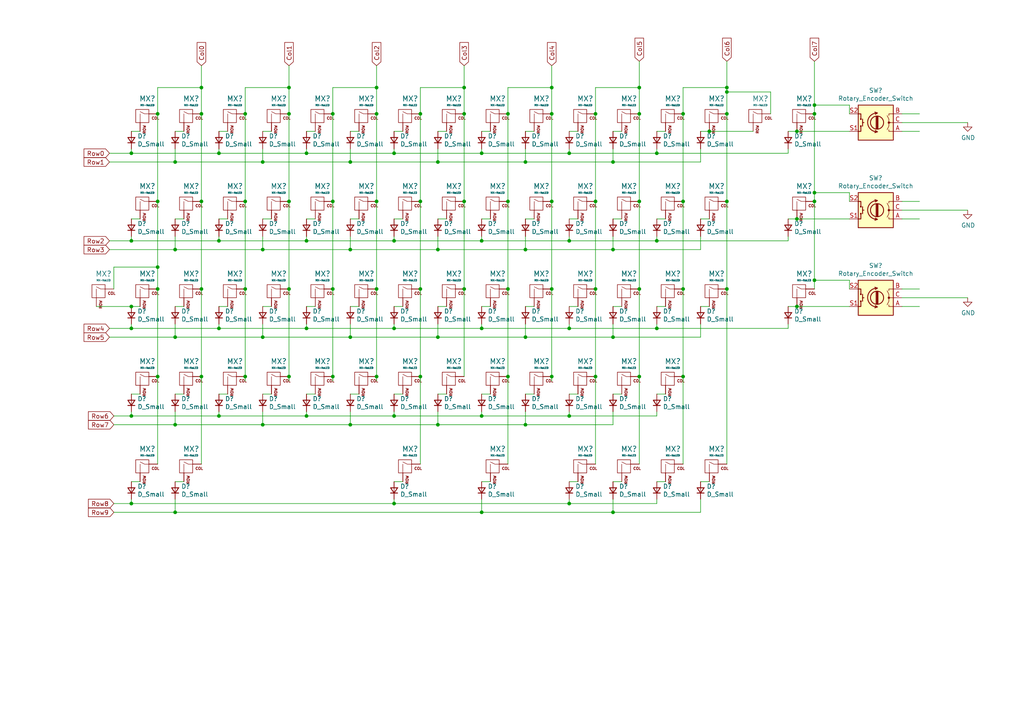
<source format=kicad_sch>
(kicad_sch (version 20211123) (generator eeschema)
  (paper "A4")
  (junction (at 165.1 95.25))
  (junction (at 121.92 33.02))
  (junction (at 231.14 88.9))
  (junction (at 50.8 46.99))
  (junction (at 101.6 46.99))
  (junction (at 190.5 69.85))
  (junction (at 147.32 58.42))
  (junction (at 121.92 58.42))
  (junction (at 139.7 120.65))
  (junction (at 210.82 83.82))
  (junction (at 236.22 33.02))
  (junction (at 127 123.19))
  (junction (at 185.42 83.82))
  (junction (at 38.1 44.45))
  (junction (at 236.22 55.88))
  (junction (at 134.62 33.02))
  (junction (at 45.72 58.42))
  (junction (at 127 72.39))
  (junction (at 134.62 25.4))
  (junction (at 139.7 69.85))
  (junction (at 58.42 25.4))
  (junction (at 177.8 148.59))
  (junction (at 96.52 83.82))
  (junction (at 160.02 25.4))
  (junction (at 58.42 83.82))
  (junction (at 45.72 83.82))
  (junction (at 58.42 33.02))
  (junction (at 83.82 33.02))
  (junction (at 50.8 123.19))
  (junction (at 83.82 109.22))
  (junction (at 231.14 38.1))
  (junction (at 121.92 109.22))
  (junction (at 185.42 109.22))
  (junction (at 38.1 120.65))
  (junction (at 139.7 95.25))
  (junction (at 83.82 83.82))
  (junction (at 198.12 33.02))
  (junction (at 101.6 123.19))
  (junction (at 205.74 38.1))
  (junction (at 236.22 81.28))
  (junction (at 76.2 123.19))
  (junction (at 172.72 83.82))
  (junction (at 210.82 26.67))
  (junction (at 177.8 72.39))
  (junction (at 172.72 109.22))
  (junction (at 231.14 63.5))
  (junction (at 38.1 88.9))
  (junction (at 190.5 95.25))
  (junction (at 114.3 120.65))
  (junction (at 185.42 58.42))
  (junction (at 96.52 58.42))
  (junction (at 165.1 120.65))
  (junction (at 165.1 146.05))
  (junction (at 88.9 95.25))
  (junction (at 83.82 58.42))
  (junction (at 58.42 58.42))
  (junction (at 88.9 120.65))
  (junction (at 198.12 109.22))
  (junction (at 185.42 33.02))
  (junction (at 109.22 83.82))
  (junction (at 71.12 33.02))
  (junction (at 147.32 109.22))
  (junction (at 134.62 83.82))
  (junction (at 236.22 58.42))
  (junction (at 139.7 44.45))
  (junction (at 152.4 97.79))
  (junction (at 190.5 44.45))
  (junction (at 50.8 148.59))
  (junction (at 210.82 33.02))
  (junction (at 160.02 83.82))
  (junction (at 114.3 69.85))
  (junction (at 109.22 58.42))
  (junction (at 101.6 97.79))
  (junction (at 198.12 83.82))
  (junction (at 152.4 46.99))
  (junction (at 109.22 33.02))
  (junction (at 38.1 95.25))
  (junction (at 45.72 33.02))
  (junction (at 38.1 146.05))
  (junction (at 177.8 46.99))
  (junction (at 127 97.79))
  (junction (at 172.72 33.02))
  (junction (at 71.12 109.22))
  (junction (at 63.5 95.25))
  (junction (at 76.2 46.99))
  (junction (at 63.5 44.45))
  (junction (at 58.42 109.22))
  (junction (at 134.62 58.42))
  (junction (at 88.9 44.45))
  (junction (at 121.92 83.82))
  (junction (at 109.22 25.4))
  (junction (at 63.5 69.85))
  (junction (at 63.5 120.65))
  (junction (at 127 46.99))
  (junction (at 147.32 33.02))
  (junction (at 165.1 69.85))
  (junction (at 185.42 25.4))
  (junction (at 38.1 69.85))
  (junction (at 160.02 109.22))
  (junction (at 147.32 83.82))
  (junction (at 210.82 58.42))
  (junction (at 172.72 58.42))
  (junction (at 114.3 146.05))
  (junction (at 71.12 58.42))
  (junction (at 83.82 25.4))
  (junction (at 114.3 44.45))
  (junction (at 198.12 58.42))
  (junction (at 76.2 72.39))
  (junction (at 152.4 72.39))
  (junction (at 88.9 69.85))
  (junction (at 76.2 97.79))
  (junction (at 139.7 148.59))
  (junction (at 50.8 97.79))
  (junction (at 45.72 77.47))
  (junction (at 210.82 25.4))
  (junction (at 71.12 83.82))
  (junction (at 96.52 33.02))
  (junction (at 160.02 33.02))
  (junction (at 96.52 109.22))
  (junction (at 165.1 44.45))
  (junction (at 152.4 123.19))
  (junction (at 109.22 109.22))
  (junction (at 50.8 72.39))
  (junction (at 236.22 30.48))
  (junction (at 160.02 58.42))
  (junction (at 177.8 97.79))
  (junction (at 101.6 72.39))
  (junction (at 45.72 109.22))
  (junction (at 114.3 95.25))
  (wire (pts (xy 210.82 25.4) (xy 210.82 17.78)))
  (wire (pts (xy 185.42 17.78) (xy 185.42 25.4)))
  (wire (pts (xy 38.1 63.5) (xy 40.64 63.5)))
  (wire (pts (xy 114.3 38.1) (xy 116.84 38.1)))
  (wire (pts (xy 172.72 25.4) (xy 185.42 25.4)))
  (wire (pts (xy 33.02 148.59) (xy 50.8 148.59)))
  (wire (pts (xy 177.8 114.3) (xy 180.34 114.3)))
  (wire (pts (xy 177.8 119.38) (xy 177.8 123.19)))
  (wire (pts (xy 101.6 93.98) (xy 101.6 97.79)))
  (wire (pts (xy 76.2 63.5) (xy 78.74 63.5)))
  (wire (pts (xy 114.3 139.7) (xy 116.84 139.7)))
  (wire (pts (xy 76.2 43.18) (xy 76.2 46.99)))
  (wire (pts (xy 96.52 83.82) (xy 96.52 109.22)))
  (wire (pts (xy 38.1 69.85) (xy 63.5 69.85)))
  (wire (pts (xy 31.75 72.39) (xy 50.8 72.39)))
  (wire (pts (xy 236.22 81.28) (xy 236.22 83.82)))
  (wire (pts (xy 134.62 25.4) (xy 134.62 33.02)))
  (wire (pts (xy 190.5 93.98) (xy 190.5 95.25)))
  (wire (pts (xy 38.1 120.65) (xy 63.5 120.65)))
  (wire (pts (xy 172.72 83.82) (xy 172.72 109.22)))
  (wire (pts (xy 88.9 95.25) (xy 114.3 95.25)))
  (wire (pts (xy 228.6 38.1) (xy 231.14 38.1)))
  (wire (pts (xy 139.7 148.59) (xy 177.8 148.59)))
  (wire (pts (xy 31.75 46.99) (xy 50.8 46.99)))
  (wire (pts (xy 246.38 63.5) (xy 231.14 63.5)))
  (wire (pts (xy 45.72 77.47) (xy 45.72 83.82)))
  (wire (pts (xy 177.8 68.58) (xy 177.8 72.39)))
  (wire (pts (xy 134.62 19.05) (xy 134.62 25.4)))
  (wire (pts (xy 198.12 33.02) (xy 198.12 58.42)))
  (wire (pts (xy 96.52 25.4) (xy 96.52 33.02)))
  (wire (pts (xy 38.1 44.45) (xy 63.5 44.45)))
  (wire (pts (xy 76.2 38.1) (xy 78.74 38.1)))
  (wire (pts (xy 114.3 144.78) (xy 114.3 146.05)))
  (wire (pts (xy 246.38 58.42) (xy 246.38 55.88)))
  (wire (pts (xy 177.8 46.99) (xy 203.2 46.99)))
  (wire (pts (xy 228.6 68.58) (xy 228.6 69.85)))
  (wire (pts (xy 88.9 43.18) (xy 88.9 44.45)))
  (wire (pts (xy 109.22 109.22) (xy 109.22 110.49)))
  (wire (pts (xy 114.3 88.9) (xy 116.84 88.9)))
  (wire (pts (xy 165.1 144.78) (xy 165.1 146.05)))
  (wire (pts (xy 63.5 63.5) (xy 66.04 63.5)))
  (wire (pts (xy 203.2 93.98) (xy 203.2 97.79)))
  (wire (pts (xy 63.5 38.1) (xy 66.04 38.1)))
  (wire (pts (xy 50.8 97.79) (xy 76.2 97.79)))
  (wire (pts (xy 177.8 88.9) (xy 180.34 88.9)))
  (wire (pts (xy 139.7 95.25) (xy 165.1 95.25)))
  (wire (pts (xy 114.3 93.98) (xy 114.3 95.25)))
  (wire (pts (xy 147.32 25.4) (xy 147.32 33.02)))
  (wire (pts (xy 45.72 33.02) (xy 45.72 58.42)))
  (wire (pts (xy 101.6 114.3) (xy 104.14 114.3)))
  (wire (pts (xy 127 43.18) (xy 127 46.99)))
  (wire (pts (xy 88.9 119.38) (xy 88.9 120.65)))
  (wire (pts (xy 58.42 33.02) (xy 58.42 25.4)))
  (wire (pts (xy 101.6 63.5) (xy 104.14 63.5)))
  (wire (pts (xy 134.62 33.02) (xy 134.62 58.42)))
  (wire (pts (xy 177.8 139.7) (xy 180.34 139.7)))
  (wire (pts (xy 139.7 44.45) (xy 165.1 44.45)))
  (wire (pts (xy 38.1 43.18) (xy 38.1 44.45)))
  (wire (pts (xy 236.22 30.48) (xy 236.22 33.02)))
  (wire (pts (xy 261.62 83.82) (xy 266.7 83.82)))
  (wire (pts (xy 147.32 109.22) (xy 147.32 134.62)))
  (wire (pts (xy 185.42 109.22) (xy 185.42 134.62)))
  (wire (pts (xy 152.4 88.9) (xy 154.94 88.9)))
  (wire (pts (xy 203.2 139.7) (xy 205.74 139.7)))
  (wire (pts (xy 31.75 97.79) (xy 50.8 97.79)))
  (wire (pts (xy 203.2 68.58) (xy 203.2 72.39)))
  (wire (pts (xy 246.38 55.88) (xy 236.22 55.88)))
  (wire (pts (xy 127 97.79) (xy 152.4 97.79)))
  (wire (pts (xy 71.12 58.42) (xy 71.12 83.82)))
  (wire (pts (xy 71.12 25.4) (xy 83.82 25.4)))
  (wire (pts (xy 114.3 44.45) (xy 139.7 44.45)))
  (wire (pts (xy 190.5 144.78) (xy 190.5 146.05)))
  (wire (pts (xy 139.7 43.18) (xy 139.7 44.45)))
  (wire (pts (xy 139.7 68.58) (xy 139.7 69.85)))
  (wire (pts (xy 261.62 60.96) (xy 280.67 60.96)))
  (wire (pts (xy 152.4 68.58) (xy 152.4 72.39)))
  (wire (pts (xy 139.7 38.1) (xy 142.24 38.1)))
  (wire (pts (xy 88.9 38.1) (xy 91.44 38.1)))
  (wire (pts (xy 210.82 58.42) (xy 210.82 83.82)))
  (wire (pts (xy 101.6 123.19) (xy 127 123.19)))
  (wire (pts (xy 45.72 25.4) (xy 45.72 33.02)))
  (wire (pts (xy 114.3 69.85) (xy 139.7 69.85)))
  (wire (pts (xy 165.1 146.05) (xy 190.5 146.05)))
  (wire (pts (xy 27.94 88.9) (xy 38.1 88.9)))
  (wire (pts (xy 38.1 146.05) (xy 114.3 146.05)))
  (wire (pts (xy 190.5 119.38) (xy 190.5 120.65)))
  (wire (pts (xy 45.72 25.4) (xy 58.42 25.4)))
  (wire (pts (xy 246.38 88.9) (xy 231.14 88.9)))
  (wire (pts (xy 152.4 119.38) (xy 152.4 123.19)))
  (wire (pts (xy 160.02 25.4) (xy 160.02 33.02)))
  (wire (pts (xy 246.38 83.82) (xy 246.38 81.28)))
  (wire (pts (xy 114.3 63.5) (xy 116.84 63.5)))
  (wire (pts (xy 96.52 25.4) (xy 109.22 25.4)))
  (wire (pts (xy 38.1 95.25) (xy 63.5 95.25)))
  (wire (pts (xy 152.4 43.18) (xy 152.4 46.99)))
  (wire (pts (xy 33.02 123.19) (xy 50.8 123.19)))
  (wire (pts (xy 109.22 25.4) (xy 109.22 33.02)))
  (wire (pts (xy 185.42 83.82) (xy 185.42 109.22)))
  (wire (pts (xy 45.72 109.22) (xy 45.72 134.62)))
  (wire (pts (xy 101.6 88.9) (xy 104.14 88.9)))
  (wire (pts (xy 127 46.99) (xy 152.4 46.99)))
  (wire (pts (xy 38.1 38.1) (xy 40.64 38.1)))
  (wire (pts (xy 152.4 114.3) (xy 154.94 114.3)))
  (wire (pts (xy 147.32 58.42) (xy 147.32 83.82)))
  (wire (pts (xy 147.32 25.4) (xy 160.02 25.4)))
  (wire (pts (xy 50.8 46.99) (xy 76.2 46.99)))
  (wire (pts (xy 165.1 63.5) (xy 167.64 63.5)))
  (wire (pts (xy 71.12 109.22) (xy 71.12 110.49)))
  (wire (pts (xy 165.1 44.45) (xy 190.5 44.45)))
  (wire (pts (xy 50.8 88.9) (xy 53.34 88.9)))
  (wire (pts (xy 203.2 43.18) (xy 203.2 46.99)))
  (wire (pts (xy 114.3 120.65) (xy 139.7 120.65)))
  (wire (pts (xy 198.12 83.82) (xy 198.12 109.22)))
  (wire (pts (xy 121.92 33.02) (xy 121.92 58.42)))
  (wire (pts (xy 45.72 83.82) (xy 45.72 109.22)))
  (wire (pts (xy 63.5 88.9) (xy 66.04 88.9)))
  (wire (pts (xy 177.8 38.1) (xy 180.34 38.1)))
  (wire (pts (xy 236.22 58.42) (xy 236.22 81.28)))
  (wire (pts (xy 31.75 44.45) (xy 38.1 44.45)))
  (wire (pts (xy 101.6 46.99) (xy 127 46.99)))
  (wire (pts (xy 152.4 63.5) (xy 154.94 63.5)))
  (wire (pts (xy 63.5 68.58) (xy 63.5 69.85)))
  (wire (pts (xy 134.62 83.82) (xy 134.62 109.22)))
  (wire (pts (xy 190.5 63.5) (xy 193.04 63.5)))
  (wire (pts (xy 160.02 58.42) (xy 160.02 83.82)))
  (wire (pts (xy 203.2 38.1) (xy 205.74 38.1)))
  (wire (pts (xy 152.4 46.99) (xy 177.8 46.99)))
  (wire (pts (xy 88.9 120.65) (xy 114.3 120.65)))
  (wire (pts (xy 210.82 33.02) (xy 210.82 26.67)))
  (wire (pts (xy 139.7 120.65) (xy 165.1 120.65)))
  (wire (pts (xy 190.5 68.58) (xy 190.5 69.85)))
  (wire (pts (xy 101.6 43.18) (xy 101.6 46.99)))
  (wire (pts (xy 210.82 26.67) (xy 210.82 25.4)))
  (wire (pts (xy 127 38.1) (xy 129.54 38.1)))
  (wire (pts (xy 139.7 114.3) (xy 142.24 114.3)))
  (wire (pts (xy 139.7 144.78) (xy 139.7 148.59)))
  (wire (pts (xy 50.8 148.59) (xy 139.7 148.59)))
  (wire (pts (xy 152.4 72.39) (xy 177.8 72.39)))
  (wire (pts (xy 109.22 83.82) (xy 109.22 109.22)))
  (wire (pts (xy 165.1 68.58) (xy 165.1 69.85)))
  (wire (pts (xy 177.8 148.59) (xy 203.2 148.59)))
  (wire (pts (xy 218.44 38.1) (xy 205.74 38.1)))
  (wire (pts (xy 76.2 119.38) (xy 76.2 123.19)))
  (wire (pts (xy 127 72.39) (xy 152.4 72.39)))
  (wire (pts (xy 177.8 144.78) (xy 177.8 148.59)))
  (wire (pts (xy 127 114.3) (xy 129.54 114.3)))
  (wire (pts (xy 190.5 88.9) (xy 193.04 88.9)))
  (wire (pts (xy 177.8 72.39) (xy 203.2 72.39)))
  (wire (pts (xy 71.12 25.4) (xy 71.12 33.02)))
  (wire (pts (xy 139.7 88.9) (xy 142.24 88.9)))
  (wire (pts (xy 58.42 33.02) (xy 58.42 58.42)))
  (wire (pts (xy 261.62 35.56) (xy 280.67 35.56)))
  (wire (pts (xy 88.9 68.58) (xy 88.9 69.85)))
  (wire (pts (xy 185.42 25.4) (xy 185.42 33.02)))
  (wire (pts (xy 261.62 38.1) (xy 266.7 38.1)))
  (wire (pts (xy 261.62 58.42) (xy 266.7 58.42)))
  (wire (pts (xy 147.32 33.02) (xy 147.32 58.42)))
  (wire (pts (xy 165.1 114.3) (xy 167.64 114.3)))
  (wire (pts (xy 198.12 58.42) (xy 198.12 83.82)))
  (wire (pts (xy 50.8 139.7) (xy 53.34 139.7)))
  (wire (pts (xy 50.8 43.18) (xy 50.8 46.99)))
  (wire (pts (xy 165.1 120.65) (xy 190.5 120.65)))
  (wire (pts (xy 101.6 68.58) (xy 101.6 72.39)))
  (wire (pts (xy 76.2 68.58) (xy 76.2 72.39)))
  (wire (pts (xy 261.62 86.36) (xy 280.67 86.36)))
  (wire (pts (xy 88.9 88.9) (xy 91.44 88.9)))
  (wire (pts (xy 139.7 139.7) (xy 142.24 139.7)))
  (wire (pts (xy 190.5 43.18) (xy 190.5 44.45)))
  (wire (pts (xy 45.72 58.42) (xy 45.72 77.47)))
  (wire (pts (xy 172.72 33.02) (xy 172.72 58.42)))
  (wire (pts (xy 31.75 95.25) (xy 38.1 95.25)))
  (wire (pts (xy 203.2 63.5) (xy 205.74 63.5)))
  (wire (pts (xy 31.75 69.85) (xy 38.1 69.85)))
  (wire (pts (xy 198.12 109.22) (xy 198.12 134.62)))
  (wire (pts (xy 223.52 26.67) (xy 210.82 26.67)))
  (wire (pts (xy 152.4 123.19) (xy 177.8 123.19)))
  (wire (pts (xy 71.12 83.82) (xy 71.12 109.22)))
  (wire (pts (xy 88.9 63.5) (xy 91.44 63.5)))
  (wire (pts (xy 58.42 25.4) (xy 58.42 19.05)))
  (wire (pts (xy 165.1 119.38) (xy 165.1 120.65)))
  (wire (pts (xy 76.2 114.3) (xy 78.74 114.3)))
  (wire (pts (xy 58.42 109.22) (xy 58.42 134.62)))
  (wire (pts (xy 58.42 83.82) (xy 58.42 109.22)))
  (wire (pts (xy 177.8 63.5) (xy 180.34 63.5)))
  (wire (pts (xy 38.1 88.9) (xy 40.64 88.9)))
  (wire (pts (xy 190.5 139.7) (xy 193.04 139.7)))
  (wire (pts (xy 177.8 43.18) (xy 177.8 46.99)))
  (wire (pts (xy 228.6 93.98) (xy 228.6 95.25)))
  (wire (pts (xy 76.2 46.99) (xy 101.6 46.99)))
  (wire (pts (xy 121.92 25.4) (xy 121.92 33.02)))
  (wire (pts (xy 50.8 123.19) (xy 76.2 123.19)))
  (wire (pts (xy 114.3 68.58) (xy 114.3 69.85)))
  (wire (pts (xy 134.62 58.42) (xy 134.62 83.82)))
  (wire (pts (xy 236.22 33.02) (xy 236.22 55.88)))
  (wire (pts (xy 63.5 93.98) (xy 63.5 95.25)))
  (wire (pts (xy 127 88.9) (xy 129.54 88.9)))
  (wire (pts (xy 261.62 88.9) (xy 266.7 88.9)))
  (wire (pts (xy 210.82 83.82) (xy 210.82 134.62)))
  (wire (pts (xy 83.82 58.42) (xy 83.82 83.82)))
  (wire (pts (xy 63.5 43.18) (xy 63.5 44.45)))
  (wire (pts (xy 88.9 93.98) (xy 88.9 95.25)))
  (wire (pts (xy 83.82 33.02) (xy 83.82 58.42)))
  (wire (pts (xy 228.6 88.9) (xy 231.14 88.9)))
  (wire (pts (xy 101.6 97.79) (xy 127 97.79)))
  (wire (pts (xy 127 119.38) (xy 127 123.19)))
  (wire (pts (xy 198.12 25.4) (xy 210.82 25.4)))
  (wire (pts (xy 223.52 33.02) (xy 223.52 26.67)))
  (wire (pts (xy 203.2 88.9) (xy 205.74 88.9)))
  (wire (pts (xy 190.5 95.25) (xy 228.6 95.25)))
  (wire (pts (xy 88.9 69.85) (xy 114.3 69.85)))
  (wire (pts (xy 50.8 63.5) (xy 53.34 63.5)))
  (wire (pts (xy 165.1 139.7) (xy 167.64 139.7)))
  (wire (pts (xy 160.02 19.05) (xy 160.02 25.4)))
  (wire (pts (xy 33.02 77.47) (xy 45.72 77.47)))
  (wire (pts (xy 38.1 114.3) (xy 40.64 114.3)))
  (wire (pts (xy 246.38 33.02) (xy 246.38 30.48)))
  (wire (pts (xy 160.02 33.02) (xy 160.02 58.42)))
  (wire (pts (xy 185.42 33.02) (xy 185.42 58.42)))
  (wire (pts (xy 50.8 114.3) (xy 53.34 114.3)))
  (wire (pts (xy 127 123.19) (xy 152.4 123.19)))
  (wire (pts (xy 160.02 109.22) (xy 160.02 110.49)))
  (wire (pts (xy 101.6 72.39) (xy 127 72.39)))
  (wire (pts (xy 76.2 72.39) (xy 101.6 72.39)))
  (wire (pts (xy 96.52 58.42) (xy 96.52 83.82)))
  (wire (pts (xy 127 68.58) (xy 127 72.39)))
  (wire (pts (xy 165.1 88.9) (xy 167.64 88.9)))
  (wire (pts (xy 177.8 93.98) (xy 177.8 97.79)))
  (wire (pts (xy 63.5 119.38) (xy 63.5 120.65)))
  (wire (pts (xy 71.12 33.02) (xy 71.12 58.42)))
  (wire (pts (xy 76.2 88.9) (xy 78.74 88.9)))
  (wire (pts (xy 38.1 93.98) (xy 38.1 95.25)))
  (wire (pts (xy 109.22 58.42) (xy 109.22 83.82)))
  (wire (pts (xy 172.72 109.22) (xy 172.72 134.62)))
  (wire (pts (xy 63.5 69.85) (xy 88.9 69.85)))
  (wire (pts (xy 139.7 119.38) (xy 139.7 120.65)))
  (wire (pts (xy 152.4 38.1) (xy 154.94 38.1)))
  (wire (pts (xy 246.38 30.48) (xy 236.22 30.48)))
  (wire (pts (xy 50.8 93.98) (xy 50.8 97.79)))
  (wire (pts (xy 139.7 63.5) (xy 142.24 63.5)))
  (wire (pts (xy 172.72 25.4) (xy 172.72 33.02)))
  (wire (pts (xy 177.8 97.79) (xy 203.2 97.79)))
  (wire (pts (xy 38.1 146.05) (xy 33.02 146.05)))
  (wire (pts (xy 246.38 81.28) (xy 236.22 81.28)))
  (wire (pts (xy 185.42 58.42) (xy 185.42 83.82)))
  (wire (pts (xy 50.8 144.78) (xy 50.8 148.59)))
  (wire (pts (xy 109.22 19.05) (xy 109.22 25.4)))
  (wire (pts (xy 58.42 58.42) (xy 58.42 83.82)))
  (wire (pts (xy 76.2 123.19) (xy 101.6 123.19)))
  (wire (pts (xy 236.22 55.88) (xy 236.22 58.42)))
  (wire (pts (xy 38.1 139.7) (xy 40.64 139.7)))
  (wire (pts (xy 165.1 93.98) (xy 165.1 95.25)))
  (wire (pts (xy 121.92 83.82) (xy 121.92 109.22)))
  (wire (pts (xy 152.4 93.98) (xy 152.4 97.79)))
  (wire (pts (xy 101.6 119.38) (xy 101.6 123.19)))
  (wire (pts (xy 114.3 146.05) (xy 165.1 146.05)))
  (wire (pts (xy 152.4 97.79) (xy 177.8 97.79)))
  (wire (pts (xy 210.82 33.02) (xy 210.82 58.42)))
  (wire (pts (xy 83.82 25.4) (xy 83.82 33.02)))
  (wire (pts (xy 63.5 44.45) (xy 88.9 44.45)))
  (wire (pts (xy 38.1 144.78) (xy 38.1 146.05)))
  (wire (pts (xy 165.1 43.18) (xy 165.1 44.45)))
  (wire (pts (xy 261.62 63.5) (xy 266.7 63.5)))
  (wire (pts (xy 38.1 120.65) (xy 38.1 119.38)))
  (wire (pts (xy 190.5 44.45) (xy 228.6 44.45)))
  (wire (pts (xy 127 63.5) (xy 129.54 63.5)))
  (wire (pts (xy 76.2 97.79) (xy 101.6 97.79)))
  (wire (pts (xy 165.1 69.85) (xy 190.5 69.85)))
  (wire (pts (xy 88.9 114.3) (xy 91.44 114.3)))
  (wire (pts (xy 63.5 120.65) (xy 88.9 120.65)))
  (wire (pts (xy 83.82 83.82) (xy 83.82 109.22)))
  (wire (pts (xy 63.5 114.3) (xy 66.04 114.3)))
  (wire (pts (xy 50.8 38.1) (xy 53.34 38.1)))
  (wire (pts (xy 88.9 44.45) (xy 114.3 44.45)))
  (wire (pts (xy 160.02 83.82) (xy 160.02 109.22)))
  (wire (pts (xy 76.2 93.98) (xy 76.2 97.79)))
  (wire (pts (xy 261.62 33.02) (xy 266.7 33.02)))
  (wire (pts (xy 114.3 95.25) (xy 139.7 95.25)))
  (wire (pts (xy 96.52 33.02) (xy 96.52 58.42)))
  (wire (pts (xy 50.8 119.38) (xy 50.8 123.19)))
  (wire (pts (xy 228.6 63.5) (xy 231.14 63.5)))
  (wire (pts (xy 190.5 38.1) (xy 193.04 38.1)))
  (wire (pts (xy 114.3 114.3) (xy 116.84 114.3)))
  (wire (pts (xy 190.5 114.3) (xy 193.04 114.3)))
  (wire (pts (xy 121.92 58.42) (xy 121.92 83.82)))
  (wire (pts (xy 121.92 109.22) (xy 121.92 134.62)))
  (wire (pts (xy 83.82 109.22) (xy 83.82 110.49)))
  (wire (pts (xy 165.1 95.25) (xy 190.5 95.25)))
  (wire (pts (xy 83.82 25.4) (xy 83.82 19.05)))
  (wire (pts (xy 198.12 25.4) (xy 198.12 33.02)))
  (wire (pts (xy 203.2 144.78) (xy 203.2 148.59)))
  (wire (pts (xy 38.1 68.58) (xy 38.1 69.85)))
  (wire (pts (xy 114.3 119.38) (xy 114.3 120.65)))
  (wire (pts (xy 139.7 93.98) (xy 139.7 95.25)))
  (wire (pts (xy 38.1 120.65) (xy 33.02 120.65)))
  (wire (pts (xy 190.5 69.85) (xy 228.6 69.85)))
  (wire (pts (xy 63.5 95.25) (xy 88.9 95.25)))
  (wire (pts (xy 50.8 72.39) (xy 76.2 72.39)))
  (wire (pts (xy 114.3 43.18) (xy 114.3 44.45)))
  (wire (pts (xy 228.6 43.18) (xy 228.6 44.45)))
  (wire (pts (xy 96.52 109.22) (xy 96.52 110.49)))
  (wire (pts (xy 109.22 33.02) (xy 109.22 58.42)))
  (wire (pts (xy 139.7 69.85) (xy 165.1 69.85)))
  (wire (pts (xy 165.1 38.1) (xy 167.64 38.1)))
  (wire (pts (xy 172.72 58.42) (xy 172.72 83.82)))
  (wire (pts (xy 121.92 25.4) (xy 134.62 25.4)))
  (wire (pts (xy 101.6 38.1) (xy 104.14 38.1)))
  (wire (pts (xy 127 93.98) (xy 127 97.79)))
  (wire (pts (xy 236.22 17.78) (xy 236.22 30.48)))
  (wire (pts (xy 33.02 83.82) (xy 33.02 77.47)))
  (wire (pts (xy 147.32 83.82) (xy 147.32 109.22)))
  (wire (pts (xy 50.8 68.58) (xy 50.8 72.39)))
  (wire (pts (xy 246.38 38.1) (xy 231.14 38.1)))
  (global_label "Col4" (shape input) (at 160.02 19.05 90) (property "Intersheet References" "${INTERSHEET_REFS}" (effects hide)))
  (global_label "Col0" (shape input) (at 58.42 19.05 90) (property "Intersheet References" "${INTERSHEET_REFS}" (effects hide)))
  (global_label "Col3" (shape input) (at 134.62 19.05 90) (property "Intersheet References" "${INTERSHEET_REFS}" (effects hide)))
  (global_label "Row6" (shape input) (at 33.02 120.65 180) (property "Intersheet References" "${INTERSHEET_REFS}" (effects hide)))
  (global_label "Col5" (shape input) (at 185.42 17.78 90) (property "Intersheet References" "${INTERSHEET_REFS}" (effects hide)))
  (global_label "Row1" (shape input) (at 31.75 46.99 180) (property "Intersheet References" "${INTERSHEET_REFS}" (effects hide)))
  (global_label "Col6" (shape input) (at 210.82 17.78 90) (property "Intersheet References" "${INTERSHEET_REFS}" (effects hide)))
  (global_label "Row8" (shape input) (at 33.02 146.05 180) (property "Intersheet References" "${INTERSHEET_REFS}" (effects hide)))
  (global_label "Row2" (shape input) (at 31.75 69.85 180) (property "Intersheet References" "${INTERSHEET_REFS}" (effects hide)))
  (global_label "Row3" (shape input) (at 31.75 72.39 180) (property "Intersheet References" "${INTERSHEET_REFS}" (effects hide)))
  (global_label "Row5" (shape input) (at 31.75 97.79 180) (property "Intersheet References" "${INTERSHEET_REFS}" (effects hide)))
  (global_label "Row9" (shape input) (at 33.02 148.59 180) (property "Intersheet References" "${INTERSHEET_REFS}" (effects hide)))
  (global_label "Col7" (shape input) (at 236.22 17.78 90) (property "Intersheet References" "${INTERSHEET_REFS}" (effects hide)))
  (global_label "Col2" (shape input) (at 109.22 19.05 90) (property "Intersheet References" "${INTERSHEET_REFS}" (effects hide)))
  (global_label "Col1" (shape input) (at 83.82 19.05 90) (property "Intersheet References" "${INTERSHEET_REFS}" (effects hide)))
  (global_label "Row0" (shape input) (at 31.75 44.45 180) (property "Intersheet References" "${INTERSHEET_REFS}" (effects hide)))
  (global_label "Row4" (shape input) (at 31.75 95.25 180) (property "Intersheet References" "${INTERSHEET_REFS}" (effects hide)))
  (global_label "Row7" (shape input) (at 33.02 123.19 180) (property "Intersheet References" "${INTERSHEET_REFS}" (effects hide)))
  (symbol (lib_id "MX_Alps_Hybrid:MX-NoLED") (at 232.41 34.29 0) (unit 1)
    (property "Reference" "MX?" (at 233.2482 28.6258 0) (effects (font (size 1.524 1.524))))
    (property "Value" "MX-NoLED" (at 233.2482 30.5054 0) (effects (font (size 0.508 0.508))))
  )
  (symbol (lib_id "Device:D_Small") (at 228.6 40.64 90) (unit 1)
    (property "Reference" "D?" (at 230.378 39.4716 90) (effects (justify right)))
    (property "Value" "D_Small" (at 230.378 41.783 90) (effects (justify right)))
  )
  (symbol (lib_id "MX_Alps_Hybrid:MX-NoLED") (at 41.91 34.29 0) (unit 1)
    (property "Reference" "MX?" (at 42.7482 28.6258 0) (effects (font (size 1.524 1.524))))
    (property "Value" "MX-NoLED" (at 42.7482 30.5054 0) (effects (font (size 0.508 0.508))))
  )
  (symbol (lib_id "MX_Alps_Hybrid:MX-NoLED") (at 54.61 34.29 0) (unit 1)
    (property "Reference" "MX?" (at 55.4482 28.6258 0) (effects (font (size 1.524 1.524))))
    (property "Value" "MX-NoLED" (at 55.4482 30.5054 0) (effects (font (size 0.508 0.508))))
  )
  (symbol (lib_id "MX_Alps_Hybrid:MX-NoLED") (at 67.31 34.29 0) (unit 1)
    (property "Reference" "MX?" (at 68.1482 28.6258 0) (effects (font (size 1.524 1.524))))
    (property "Value" "MX-NoLED" (at 68.1482 30.5054 0) (effects (font (size 0.508 0.508))))
  )
  (symbol (lib_id "MX_Alps_Hybrid:MX-NoLED") (at 80.01 34.29 0) (unit 1)
    (property "Reference" "MX?" (at 80.8482 28.6258 0) (effects (font (size 1.524 1.524))))
    (property "Value" "MX-NoLED" (at 80.8482 30.5054 0) (effects (font (size 0.508 0.508))))
  )
  (symbol (lib_id "MX_Alps_Hybrid:MX-NoLED") (at 92.71 34.29 0) (unit 1)
    (property "Reference" "MX?" (at 93.5482 28.6258 0) (effects (font (size 1.524 1.524))))
    (property "Value" "MX-NoLED" (at 93.5482 30.5054 0) (effects (font (size 0.508 0.508))))
  )
  (symbol (lib_id "MX_Alps_Hybrid:MX-NoLED") (at 105.41 34.29 0) (unit 1)
    (property "Reference" "MX?" (at 106.2482 28.6258 0) (effects (font (size 1.524 1.524))))
    (property "Value" "MX-NoLED" (at 106.2482 30.5054 0) (effects (font (size 0.508 0.508))))
  )
  (symbol (lib_id "MX_Alps_Hybrid:MX-NoLED") (at 118.11 34.29 0) (unit 1)
    (property "Reference" "MX?" (at 118.9482 28.6258 0) (effects (font (size 1.524 1.524))))
    (property "Value" "MX-NoLED" (at 118.9482 30.5054 0) (effects (font (size 0.508 0.508))))
  )
  (symbol (lib_id "MX_Alps_Hybrid:MX-NoLED") (at 130.81 34.29 0) (unit 1)
    (property "Reference" "MX?" (at 131.6482 28.6258 0) (effects (font (size 1.524 1.524))))
    (property "Value" "MX-NoLED" (at 131.6482 30.5054 0) (effects (font (size 0.508 0.508))))
  )
  (symbol (lib_id "MX_Alps_Hybrid:MX-NoLED") (at 143.51 34.29 0) (unit 1)
    (property "Reference" "MX?" (at 144.3482 28.6258 0) (effects (font (size 1.524 1.524))))
    (property "Value" "MX-NoLED" (at 144.3482 30.5054 0) (effects (font (size 0.508 0.508))))
  )
  (symbol (lib_id "MX_Alps_Hybrid:MX-NoLED") (at 156.21 34.29 0) (unit 1)
    (property "Reference" "MX?" (at 157.0482 28.6258 0) (effects (font (size 1.524 1.524))))
    (property "Value" "MX-NoLED" (at 157.0482 30.5054 0) (effects (font (size 0.508 0.508))))
  )
  (symbol (lib_id "MX_Alps_Hybrid:MX-NoLED") (at 168.91 34.29 0) (unit 1)
    (property "Reference" "MX?" (at 169.7482 28.6258 0) (effects (font (size 1.524 1.524))))
    (property "Value" "MX-NoLED" (at 169.7482 30.5054 0) (effects (font (size 0.508 0.508))))
  )
  (symbol (lib_id "MX_Alps_Hybrid:MX-NoLED") (at 181.61 34.29 0) (unit 1)
    (property "Reference" "MX?" (at 182.4482 28.6258 0) (effects (font (size 1.524 1.524))))
    (property "Value" "MX-NoLED" (at 182.4482 30.5054 0) (effects (font (size 0.508 0.508))))
  )
  (symbol (lib_id "MX_Alps_Hybrid:MX-NoLED") (at 194.31 34.29 0) (unit 1)
    (property "Reference" "MX?" (at 195.1482 28.6258 0) (effects (font (size 1.524 1.524))))
    (property "Value" "MX-NoLED" (at 195.1482 30.5054 0) (effects (font (size 0.508 0.508))))
  )
  (symbol (lib_id "MX_Alps_Hybrid:MX-NoLED") (at 207.01 34.29 0) (unit 1)
    (property "Reference" "MX?" (at 207.8482 28.6258 0) (effects (font (size 1.524 1.524))))
    (property "Value" "MX-NoLED" (at 207.8482 30.5054 0) (effects (font (size 0.508 0.508))))
  )
  (symbol (lib_id "Device:D_Small") (at 38.1 40.64 90) (unit 1)
    (property "Reference" "D?" (at 39.878 39.4716 90) (effects (justify right)))
    (property "Value" "D_Small" (at 39.878 41.783 90) (effects (justify right)))
  )
  (symbol (lib_id "Device:D_Small") (at 50.8 40.64 90) (unit 1)
    (property "Reference" "D?" (at 52.578 39.4716 90) (effects (justify right)))
    (property "Value" "D_Small" (at 52.578 41.783 90) (effects (justify right)))
  )
  (symbol (lib_id "Device:D_Small") (at 63.5 40.64 90) (unit 1)
    (property "Reference" "D?" (at 65.278 39.4716 90) (effects (justify right)))
    (property "Value" "D_Small" (at 65.278 41.783 90) (effects (justify right)))
  )
  (symbol (lib_id "Device:D_Small") (at 76.2 40.64 90) (unit 1)
    (property "Reference" "D?" (at 77.978 39.4716 90) (effects (justify right)))
    (property "Value" "D_Small" (at 77.978 41.783 90) (effects (justify right)))
  )
  (symbol (lib_id "Device:D_Small") (at 88.9 40.64 90) (unit 1)
    (property "Reference" "D?" (at 90.678 39.4716 90) (effects (justify right)))
    (property "Value" "D_Small" (at 90.678 41.783 90) (effects (justify right)))
  )
  (symbol (lib_id "Device:D_Small") (at 101.6 40.64 90) (unit 1)
    (property "Reference" "D?" (at 103.378 39.4716 90) (effects (justify right)))
    (property "Value" "D_Small" (at 103.378 41.783 90) (effects (justify right)))
  )
  (symbol (lib_id "Device:D_Small") (at 114.3 40.64 90) (unit 1)
    (property "Reference" "D?" (at 116.078 39.4716 90) (effects (justify right)))
    (property "Value" "D_Small" (at 116.078 41.783 90) (effects (justify right)))
  )
  (symbol (lib_id "Device:D_Small") (at 127 40.64 90) (unit 1)
    (property "Reference" "D?" (at 128.778 39.4716 90) (effects (justify right)))
    (property "Value" "D_Small" (at 128.778 41.783 90) (effects (justify right)))
  )
  (symbol (lib_id "Device:D_Small") (at 139.7 40.64 90) (unit 1)
    (property "Reference" "D?" (at 141.478 39.4716 90) (effects (justify right)))
    (property "Value" "D_Small" (at 141.478 41.783 90) (effects (justify right)))
  )
  (symbol (lib_id "Device:D_Small") (at 152.4 40.64 90) (unit 1)
    (property "Reference" "D?" (at 154.178 39.4716 90) (effects (justify right)))
    (property "Value" "D_Small" (at 154.178 41.783 90) (effects (justify right)))
  )
  (symbol (lib_id "Device:D_Small") (at 165.1 40.64 90) (unit 1)
    (property "Reference" "D?" (at 166.878 39.4716 90) (effects (justify right)))
    (property "Value" "D_Small" (at 166.878 41.783 90) (effects (justify right)))
  )
  (symbol (lib_id "Device:D_Small") (at 177.8 40.64 90) (unit 1)
    (property "Reference" "D?" (at 179.578 39.4716 90) (effects (justify right)))
    (property "Value" "D_Small" (at 179.578 41.783 90) (effects (justify right)))
  )
  (symbol (lib_id "Device:D_Small") (at 190.5 40.64 90) (unit 1)
    (property "Reference" "D?" (at 192.278 39.4716 90) (effects (justify right)))
    (property "Value" "D_Small" (at 192.278 41.783 90) (effects (justify right)))
  )
  (symbol (lib_id "Device:D_Small") (at 203.2 40.64 90) (unit 1)
    (property "Reference" "D?" (at 204.978 39.4716 90) (effects (justify right)))
    (property "Value" "D_Small" (at 204.978 41.783 90) (effects (justify right)))
  )
  (symbol (lib_id "Device:D_Small") (at 228.6 66.04 90) (unit 1)
    (property "Reference" "D?" (at 230.378 64.8716 90) (effects (justify right)))
    (property "Value" "D_Small" (at 230.378 67.183 90) (effects (justify right)))
  )
  (symbol (lib_id "MX_Alps_Hybrid:MX-NoLED") (at 232.41 59.69 0) (unit 1)
    (property "Reference" "MX?" (at 233.2482 54.0258 0) (effects (font (size 1.524 1.524))))
    (property "Value" "MX-NoLED" (at 233.2482 55.9054 0) (effects (font (size 0.508 0.508))))
  )
  (symbol (lib_id "Device:D_Small") (at 228.6 91.44 90) (unit 1)
    (property "Reference" "D?" (at 230.378 90.2716 90) (effects (justify right)))
    (property "Value" "D_Small" (at 230.378 92.583 90) (effects (justify right)))
  )
  (symbol (lib_id "MX_Alps_Hybrid:MX-NoLED") (at 232.41 85.09 0) (unit 1)
    (property "Reference" "MX?" (at 233.2482 79.4258 0) (effects (font (size 1.524 1.524))))
    (property "Value" "MX-NoLED" (at 233.2482 81.3054 0) (effects (font (size 0.508 0.508))))
  )
  (symbol (lib_id "MX_Alps_Hybrid:MX-NoLED") (at 41.91 59.69 0) (unit 1)
    (property "Reference" "MX?" (at 42.7482 54.0258 0) (effects (font (size 1.524 1.524))))
    (property "Value" "MX-NoLED" (at 42.7482 55.9054 0) (effects (font (size 0.508 0.508))))
  )
  (symbol (lib_id "MX_Alps_Hybrid:MX-NoLED") (at 54.61 59.69 0) (unit 1)
    (property "Reference" "MX?" (at 55.4482 54.0258 0) (effects (font (size 1.524 1.524))))
    (property "Value" "MX-NoLED" (at 55.4482 55.9054 0) (effects (font (size 0.508 0.508))))
  )
  (symbol (lib_id "MX_Alps_Hybrid:MX-NoLED") (at 67.31 59.69 0) (unit 1)
    (property "Reference" "MX?" (at 68.1482 54.0258 0) (effects (font (size 1.524 1.524))))
    (property "Value" "MX-NoLED" (at 68.1482 55.9054 0) (effects (font (size 0.508 0.508))))
  )
  (symbol (lib_id "MX_Alps_Hybrid:MX-NoLED") (at 80.01 59.69 0) (unit 1)
    (property "Reference" "MX?" (at 80.8482 54.0258 0) (effects (font (size 1.524 1.524))))
    (property "Value" "MX-NoLED" (at 80.8482 55.9054 0) (effects (font (size 0.508 0.508))))
  )
  (symbol (lib_id "MX_Alps_Hybrid:MX-NoLED") (at 92.71 59.69 0) (unit 1)
    (property "Reference" "MX?" (at 93.5482 54.0258 0) (effects (font (size 1.524 1.524))))
    (property "Value" "MX-NoLED" (at 93.5482 55.9054 0) (effects (font (size 0.508 0.508))))
  )
  (symbol (lib_id "MX_Alps_Hybrid:MX-NoLED") (at 105.41 59.69 0) (unit 1)
    (property "Reference" "MX?" (at 106.2482 54.0258 0) (effects (font (size 1.524 1.524))))
    (property "Value" "MX-NoLED" (at 106.2482 55.9054 0) (effects (font (size 0.508 0.508))))
  )
  (symbol (lib_id "MX_Alps_Hybrid:MX-NoLED") (at 118.11 59.69 0) (unit 1)
    (property "Reference" "MX?" (at 118.9482 54.0258 0) (effects (font (size 1.524 1.524))))
    (property "Value" "MX-NoLED" (at 118.9482 55.9054 0) (effects (font (size 0.508 0.508))))
  )
  (symbol (lib_id "MX_Alps_Hybrid:MX-NoLED") (at 130.81 59.69 0) (unit 1)
    (property "Reference" "MX?" (at 131.6482 54.0258 0) (effects (font (size 1.524 1.524))))
    (property "Value" "MX-NoLED" (at 131.6482 55.9054 0) (effects (font (size 0.508 0.508))))
  )
  (symbol (lib_id "MX_Alps_Hybrid:MX-NoLED") (at 143.51 59.69 0) (unit 1)
    (property "Reference" "MX?" (at 144.3482 54.0258 0) (effects (font (size 1.524 1.524))))
    (property "Value" "MX-NoLED" (at 144.3482 55.9054 0) (effects (font (size 0.508 0.508))))
  )
  (symbol (lib_id "MX_Alps_Hybrid:MX-NoLED") (at 156.21 59.69 0) (unit 1)
    (property "Reference" "MX?" (at 157.0482 54.0258 0) (effects (font (size 1.524 1.524))))
    (property "Value" "MX-NoLED" (at 157.0482 55.9054 0) (effects (font (size 0.508 0.508))))
  )
  (symbol (lib_id "MX_Alps_Hybrid:MX-NoLED") (at 168.91 59.69 0) (unit 1)
    (property "Reference" "MX?" (at 169.7482 54.0258 0) (effects (font (size 1.524 1.524))))
    (property "Value" "MX-NoLED" (at 169.7482 55.9054 0) (effects (font (size 0.508 0.508))))
  )
  (symbol (lib_id "MX_Alps_Hybrid:MX-NoLED") (at 181.61 59.69 0) (unit 1)
    (property "Reference" "MX?" (at 182.4482 54.0258 0) (effects (font (size 1.524 1.524))))
    (property "Value" "MX-NoLED" (at 182.4482 55.9054 0) (effects (font (size 0.508 0.508))))
  )
  (symbol (lib_id "MX_Alps_Hybrid:MX-NoLED") (at 194.31 59.69 0) (unit 1)
    (property "Reference" "MX?" (at 195.1482 54.0258 0) (effects (font (size 1.524 1.524))))
    (property "Value" "MX-NoLED" (at 195.1482 55.9054 0) (effects (font (size 0.508 0.508))))
  )
  (symbol (lib_id "MX_Alps_Hybrid:MX-NoLED") (at 207.01 59.69 0) (unit 1)
    (property "Reference" "MX?" (at 207.8482 54.0258 0) (effects (font (size 1.524 1.524))))
    (property "Value" "MX-NoLED" (at 207.8482 55.9054 0) (effects (font (size 0.508 0.508))))
  )
  (symbol (lib_id "Device:D_Small") (at 38.1 66.04 90) (unit 1)
    (property "Reference" "D?" (at 39.878 64.8716 90) (effects (justify right)))
    (property "Value" "D_Small" (at 39.878 67.183 90) (effects (justify right)))
  )
  (symbol (lib_id "Device:D_Small") (at 50.8 66.04 90) (unit 1)
    (property "Reference" "D?" (at 52.578 64.8716 90) (effects (justify right)))
    (property "Value" "D_Small" (at 52.578 67.183 90) (effects (justify right)))
  )
  (symbol (lib_id "Device:D_Small") (at 63.5 66.04 90) (unit 1)
    (property "Reference" "D?" (at 65.278 64.8716 90) (effects (justify right)))
    (property "Value" "D_Small" (at 65.278 67.183 90) (effects (justify right)))
  )
  (symbol (lib_id "Device:D_Small") (at 76.2 66.04 90) (unit 1)
    (property "Reference" "D?" (at 77.978 64.8716 90) (effects (justify right)))
    (property "Value" "D_Small" (at 77.978 67.183 90) (effects (justify right)))
  )
  (symbol (lib_id "Device:D_Small") (at 88.9 66.04 90) (unit 1)
    (property "Reference" "D?" (at 90.678 64.8716 90) (effects (justify right)))
    (property "Value" "D_Small" (at 90.678 67.183 90) (effects (justify right)))
  )
  (symbol (lib_id "Device:D_Small") (at 101.6 66.04 90) (unit 1)
    (property "Reference" "D?" (at 103.378 64.8716 90) (effects (justify right)))
    (property "Value" "D_Small" (at 103.378 67.183 90) (effects (justify right)))
  )
  (symbol (lib_id "Device:D_Small") (at 114.3 66.04 90) (unit 1)
    (property "Reference" "D?" (at 116.078 64.8716 90) (effects (justify right)))
    (property "Value" "D_Small" (at 116.078 67.183 90) (effects (justify right)))
  )
  (symbol (lib_id "Device:D_Small") (at 127 66.04 90) (unit 1)
    (property "Reference" "D?" (at 128.778 64.8716 90) (effects (justify right)))
    (property "Value" "D_Small" (at 128.778 67.183 90) (effects (justify right)))
  )
  (symbol (lib_id "Device:D_Small") (at 139.7 66.04 90) (unit 1)
    (property "Reference" "D?" (at 141.478 64.8716 90) (effects (justify right)))
    (property "Value" "D_Small" (at 141.478 67.183 90) (effects (justify right)))
  )
  (symbol (lib_id "Device:D_Small") (at 152.4 66.04 90) (unit 1)
    (property "Reference" "D?" (at 154.178 64.8716 90) (effects (justify right)))
    (property "Value" "D_Small" (at 154.178 67.183 90) (effects (justify right)))
  )
  (symbol (lib_id "Device:D_Small") (at 165.1 66.04 90) (unit 1)
    (property "Reference" "D?" (at 166.878 64.8716 90) (effects (justify right)))
    (property "Value" "D_Small" (at 166.878 67.183 90) (effects (justify right)))
  )
  (symbol (lib_id "Device:D_Small") (at 177.8 66.04 90) (unit 1)
    (property "Reference" "D?" (at 179.578 64.8716 90) (effects (justify right)))
    (property "Value" "D_Small" (at 179.578 67.183 90) (effects (justify right)))
  )
  (symbol (lib_id "Device:D_Small") (at 190.5 66.04 90) (unit 1)
    (property "Reference" "D?" (at 192.278 64.8716 90) (effects (justify right)))
    (property "Value" "D_Small" (at 192.278 67.183 90) (effects (justify right)))
  )
  (symbol (lib_id "Device:D_Small") (at 203.2 66.04 90) (unit 1)
    (property "Reference" "D?" (at 204.978 64.8716 90) (effects (justify right)))
    (property "Value" "D_Small" (at 204.978 67.183 90) (effects (justify right)))
  )
  (symbol (lib_id "MX_Alps_Hybrid:MX-NoLED") (at 41.91 85.09 0) (unit 1)
    (property "Reference" "MX?" (at 42.7482 79.4258 0) (effects (font (size 1.524 1.524))))
    (property "Value" "MX-NoLED" (at 42.7482 81.3054 0) (effects (font (size 0.508 0.508))))
  )
  (symbol (lib_id "MX_Alps_Hybrid:MX-NoLED") (at 54.61 85.09 0) (unit 1)
    (property "Reference" "MX?" (at 55.4482 79.4258 0) (effects (font (size 1.524 1.524))))
    (property "Value" "MX-NoLED" (at 55.4482 81.3054 0) (effects (font (size 0.508 0.508))))
  )
  (symbol (lib_id "MX_Alps_Hybrid:MX-NoLED") (at 67.31 85.09 0) (unit 1)
    (property "Reference" "MX?" (at 68.1482 79.4258 0) (effects (font (size 1.524 1.524))))
    (property "Value" "MX-NoLED" (at 68.1482 81.3054 0) (effects (font (size 0.508 0.508))))
  )
  (symbol (lib_id "MX_Alps_Hybrid:MX-NoLED") (at 80.01 85.09 0) (unit 1)
    (property "Reference" "MX?" (at 80.8482 79.4258 0) (effects (font (size 1.524 1.524))))
    (property "Value" "MX-NoLED" (at 80.8482 81.3054 0) (effects (font (size 0.508 0.508))))
  )
  (symbol (lib_id "MX_Alps_Hybrid:MX-NoLED") (at 92.71 85.09 0) (unit 1)
    (property "Reference" "MX?" (at 93.5482 79.4258 0) (effects (font (size 1.524 1.524))))
    (property "Value" "MX-NoLED" (at 93.5482 81.3054 0) (effects (font (size 0.508 0.508))))
  )
  (symbol (lib_id "MX_Alps_Hybrid:MX-NoLED") (at 105.41 85.09 0) (unit 1)
    (property "Reference" "MX?" (at 106.2482 79.4258 0) (effects (font (size 1.524 1.524))))
    (property "Value" "MX-NoLED" (at 106.2482 81.3054 0) (effects (font (size 0.508 0.508))))
  )
  (symbol (lib_id "MX_Alps_Hybrid:MX-NoLED") (at 118.11 85.09 0) (unit 1)
    (property "Reference" "MX?" (at 118.9482 79.4258 0) (effects (font (size 1.524 1.524))))
    (property "Value" "MX-NoLED" (at 118.9482 81.3054 0) (effects (font (size 0.508 0.508))))
  )
  (symbol (lib_id "MX_Alps_Hybrid:MX-NoLED") (at 130.81 85.09 0) (unit 1)
    (property "Reference" "MX?" (at 131.6482 79.4258 0) (effects (font (size 1.524 1.524))))
    (property "Value" "MX-NoLED" (at 131.6482 81.3054 0) (effects (font (size 0.508 0.508))))
  )
  (symbol (lib_id "MX_Alps_Hybrid:MX-NoLED") (at 143.51 85.09 0) (unit 1)
    (property "Reference" "MX?" (at 144.3482 79.4258 0) (effects (font (size 1.524 1.524))))
    (property "Value" "MX-NoLED" (at 144.3482 81.3054 0) (effects (font (size 0.508 0.508))))
  )
  (symbol (lib_id "MX_Alps_Hybrid:MX-NoLED") (at 156.21 85.09 0) (unit 1)
    (property "Reference" "MX?" (at 157.0482 79.4258 0) (effects (font (size 1.524 1.524))))
    (property "Value" "MX-NoLED" (at 157.0482 81.3054 0) (effects (font (size 0.508 0.508))))
  )
  (symbol (lib_id "MX_Alps_Hybrid:MX-NoLED") (at 168.91 85.09 0) (unit 1)
    (property "Reference" "MX?" (at 169.7482 79.4258 0) (effects (font (size 1.524 1.524))))
    (property "Value" "MX-NoLED" (at 169.7482 81.3054 0) (effects (font (size 0.508 0.508))))
  )
  (symbol (lib_id "MX_Alps_Hybrid:MX-NoLED") (at 181.61 85.09 0) (unit 1)
    (property "Reference" "MX?" (at 182.4482 79.4258 0) (effects (font (size 1.524 1.524))))
    (property "Value" "MX-NoLED" (at 182.4482 81.3054 0) (effects (font (size 0.508 0.508))))
  )
  (symbol (lib_id "MX_Alps_Hybrid:MX-NoLED") (at 194.31 85.09 0) (unit 1)
    (property "Reference" "MX?" (at 195.1482 79.4258 0) (effects (font (size 1.524 1.524))))
    (property "Value" "MX-NoLED" (at 195.1482 81.3054 0) (effects (font (size 0.508 0.508))))
  )
  (symbol (lib_id "MX_Alps_Hybrid:MX-NoLED") (at 207.01 85.09 0) (unit 1)
    (property "Reference" "MX?" (at 207.8482 79.4258 0) (effects (font (size 1.524 1.524))))
    (property "Value" "MX-NoLED" (at 207.8482 81.3054 0) (effects (font (size 0.508 0.508))))
  )
  (symbol (lib_id "Device:D_Small") (at 38.1 91.44 90) (unit 1)
    (property "Reference" "D?" (at 39.878 90.2716 90) (effects (justify right)))
    (property "Value" "D_Small" (at 39.878 92.583 90) (effects (justify right)))
  )
  (symbol (lib_id "Device:D_Small") (at 50.8 91.44 90) (unit 1)
    (property "Reference" "D?" (at 52.578 90.2716 90) (effects (justify right)))
    (property "Value" "D_Small" (at 52.578 92.583 90) (effects (justify right)))
  )
  (symbol (lib_id "Device:D_Small") (at 63.5 91.44 90) (unit 1)
    (property "Reference" "D?" (at 65.278 90.2716 90) (effects (justify right)))
    (property "Value" "D_Small" (at 65.278 92.583 90) (effects (justify right)))
  )
  (symbol (lib_id "Device:D_Small") (at 76.2 91.44 90) (unit 1)
    (property "Reference" "D?" (at 77.978 90.2716 90) (effects (justify right)))
    (property "Value" "D_Small" (at 77.978 92.583 90) (effects (justify right)))
  )
  (symbol (lib_id "Device:D_Small") (at 88.9 91.44 90) (unit 1)
    (property "Reference" "D?" (at 90.678 90.2716 90) (effects (justify right)))
    (property "Value" "D_Small" (at 90.678 92.583 90) (effects (justify right)))
  )
  (symbol (lib_id "Device:D_Small") (at 101.6 91.44 90) (unit 1)
    (property "Reference" "D?" (at 103.378 90.2716 90) (effects (justify right)))
    (property "Value" "D_Small" (at 103.378 92.583 90) (effects (justify right)))
  )
  (symbol (lib_id "Device:D_Small") (at 114.3 91.44 90) (unit 1)
    (property "Reference" "D?" (at 116.078 90.2716 90) (effects (justify right)))
    (property "Value" "D_Small" (at 116.078 92.583 90) (effects (justify right)))
  )
  (symbol (lib_id "Device:D_Small") (at 127 91.44 90) (unit 1)
    (property "Reference" "D?" (at 128.778 90.2716 90) (effects (justify right)))
    (property "Value" "D_Small" (at 128.778 92.583 90) (effects (justify right)))
  )
  (symbol (lib_id "Device:D_Small") (at 139.7 91.44 90) (unit 1)
    (property "Reference" "D?" (at 141.478 90.2716 90) (effects (justify right)))
    (property "Value" "D_Small" (at 141.478 92.583 90) (effects (justify right)))
  )
  (symbol (lib_id "Device:D_Small") (at 152.4 91.44 90) (unit 1)
    (property "Reference" "D?" (at 154.178 90.2716 90) (effects (justify right)))
    (property "Value" "D_Small" (at 154.178 92.583 90) (effects (justify right)))
  )
  (symbol (lib_id "Device:D_Small") (at 165.1 91.44 90) (unit 1)
    (property "Reference" "D?" (at 166.878 90.2716 90) (effects (justify right)))
    (property "Value" "D_Small" (at 166.878 92.583 90) (effects (justify right)))
  )
  (symbol (lib_id "Device:D_Small") (at 177.8 91.44 90) (unit 1)
    (property "Reference" "D?" (at 179.578 90.2716 90) (effects (justify right)))
    (property "Value" "D_Small" (at 179.578 92.583 90) (effects (justify right)))
  )
  (symbol (lib_id "Device:D_Small") (at 190.5 91.44 90) (unit 1)
    (property "Reference" "D?" (at 192.278 90.2716 90) (effects (justify right)))
    (property "Value" "D_Small" (at 192.278 92.583 90) (effects (justify right)))
  )
  (symbol (lib_id "Device:D_Small") (at 203.2 91.44 90) (unit 1)
    (property "Reference" "D?" (at 204.978 90.2716 90) (effects (justify right)))
    (property "Value" "D_Small" (at 204.978 92.583 90) (effects (justify right)))
  )
  (symbol (lib_id "MX_Alps_Hybrid:MX-NoLED") (at 29.21 85.09 0) (unit 1)
    (property "Reference" "MX?" (at 30.0482 79.4258 0) (effects (font (size 1.524 1.524))))
    (property "Value" "MX-NoLED" (at 30.0482 81.3054 0) (effects (font (size 0.508 0.508))))
  )
  (symbol (lib_id "MX_Alps_Hybrid:MX-NoLED") (at 41.91 110.49 0) (unit 1)
    (property "Reference" "MX?" (at 42.7482 104.8258 0) (effects (font (size 1.524 1.524))))
    (property "Value" "MX-NoLED" (at 42.7482 106.7054 0) (effects (font (size 0.508 0.508))))
  )
  (symbol (lib_id "MX_Alps_Hybrid:MX-NoLED") (at 54.61 110.49 0) (unit 1)
    (property "Reference" "MX?" (at 55.4482 104.8258 0) (effects (font (size 1.524 1.524))))
    (property "Value" "MX-NoLED" (at 55.4482 106.7054 0) (effects (font (size 0.508 0.508))))
  )
  (symbol (lib_id "MX_Alps_Hybrid:MX-NoLED") (at 67.31 110.49 0) (unit 1)
    (property "Reference" "MX?" (at 68.1482 104.8258 0) (effects (font (size 1.524 1.524))))
    (property "Value" "MX-NoLED" (at 68.1482 106.7054 0) (effects (font (size 0.508 0.508))))
  )
  (symbol (lib_id "MX_Alps_Hybrid:MX-NoLED") (at 80.01 110.49 0) (unit 1)
    (property "Reference" "MX?" (at 80.8482 104.8258 0) (effects (font (size 1.524 1.524))))
    (property "Value" "MX-NoLED" (at 80.8482 106.7054 0) (effects (font (size 0.508 0.508))))
  )
  (symbol (lib_id "MX_Alps_Hybrid:MX-NoLED") (at 92.71 110.49 0) (unit 1)
    (property "Reference" "MX?" (at 93.5482 104.8258 0) (effects (font (size 1.524 1.524))))
    (property "Value" "MX-NoLED" (at 93.5482 106.7054 0) (effects (font (size 0.508 0.508))))
  )
  (symbol (lib_id "MX_Alps_Hybrid:MX-NoLED") (at 105.41 110.49 0) (unit 1)
    (property "Reference" "MX?" (at 106.2482 104.8258 0) (effects (font (size 1.524 1.524))))
    (property "Value" "MX-NoLED" (at 106.2482 106.7054 0) (effects (font (size 0.508 0.508))))
  )
  (symbol (lib_id "MX_Alps_Hybrid:MX-NoLED") (at 118.11 110.49 0) (unit 1)
    (property "Reference" "MX?" (at 118.9482 104.8258 0) (effects (font (size 1.524 1.524))))
    (property "Value" "MX-NoLED" (at 118.9482 106.7054 0) (effects (font (size 0.508 0.508))))
  )
  (symbol (lib_id "MX_Alps_Hybrid:MX-NoLED") (at 130.81 110.49 0) (unit 1)
    (property "Reference" "MX?" (at 131.6482 104.8258 0) (effects (font (size 1.524 1.524))))
    (property "Value" "MX-NoLED" (at 131.6482 106.7054 0) (effects (font (size 0.508 0.508))))
  )
  (symbol (lib_id "MX_Alps_Hybrid:MX-NoLED") (at 143.51 110.49 0) (unit 1)
    (property "Reference" "MX?" (at 144.3482 104.8258 0) (effects (font (size 1.524 1.524))))
    (property "Value" "MX-NoLED" (at 144.3482 106.7054 0) (effects (font (size 0.508 0.508))))
  )
  (symbol (lib_id "MX_Alps_Hybrid:MX-NoLED") (at 156.21 110.49 0) (unit 1)
    (property "Reference" "MX?" (at 157.0482 104.8258 0) (effects (font (size 1.524 1.524))))
    (property "Value" "MX-NoLED" (at 157.0482 106.7054 0) (effects (font (size 0.508 0.508))))
  )
  (symbol (lib_id "MX_Alps_Hybrid:MX-NoLED") (at 168.91 110.49 0) (unit 1)
    (property "Reference" "MX?" (at 169.7482 104.8258 0) (effects (font (size 1.524 1.524))))
    (property "Value" "MX-NoLED" (at 169.7482 106.7054 0) (effects (font (size 0.508 0.508))))
  )
  (symbol (lib_id "MX_Alps_Hybrid:MX-NoLED") (at 181.61 110.49 0) (unit 1)
    (property "Reference" "MX?" (at 182.4482 104.8258 0) (effects (font (size 1.524 1.524))))
    (property "Value" "MX-NoLED" (at 182.4482 106.7054 0) (effects (font (size 0.508 0.508))))
  )
  (symbol (lib_id "MX_Alps_Hybrid:MX-NoLED") (at 194.31 110.49 0) (unit 1)
    (property "Reference" "MX?" (at 195.1482 104.8258 0) (effects (font (size 1.524 1.524))))
    (property "Value" "MX-NoLED" (at 195.1482 106.7054 0) (effects (font (size 0.508 0.508))))
  )
  (symbol (lib_id "Device:D_Small") (at 38.1 116.84 90) (unit 1)
    (property "Reference" "D?" (at 39.878 115.6716 90) (effects (justify right)))
    (property "Value" "D_Small" (at 39.878 117.983 90) (effects (justify right)))
  )
  (symbol (lib_id "Device:D_Small") (at 50.8 116.84 90) (unit 1)
    (property "Reference" "D?" (at 52.578 115.6716 90) (effects (justify right)))
    (property "Value" "D_Small" (at 52.578 117.983 90) (effects (justify right)))
  )
  (symbol (lib_id "Device:D_Small") (at 63.5 116.84 90) (unit 1)
    (property "Reference" "D?" (at 65.278 115.6716 90) (effects (justify right)))
    (property "Value" "D_Small" (at 65.278 117.983 90) (effects (justify right)))
  )
  (symbol (lib_id "Device:D_Small") (at 76.2 116.84 90) (unit 1)
    (property "Reference" "D?" (at 77.978 115.6716 90) (effects (justify right)))
    (property "Value" "D_Small" (at 77.978 117.983 90) (effects (justify right)))
  )
  (symbol (lib_id "Device:D_Small") (at 88.9 116.84 90) (unit 1)
    (property "Reference" "D?" (at 90.678 115.6716 90) (effects (justify right)))
    (property "Value" "D_Small" (at 90.678 117.983 90) (effects (justify right)))
  )
  (symbol (lib_id "Device:D_Small") (at 101.6 116.84 90) (unit 1)
    (property "Reference" "D?" (at 103.378 115.6716 90) (effects (justify right)))
    (property "Value" "D_Small" (at 103.378 117.983 90) (effects (justify right)))
  )
  (symbol (lib_id "Device:D_Small") (at 114.3 116.84 90) (unit 1)
    (property "Reference" "D?" (at 116.078 115.6716 90) (effects (justify right)))
    (property "Value" "D_Small" (at 116.078 117.983 90) (effects (justify right)))
  )
  (symbol (lib_id "Device:D_Small") (at 127 116.84 90) (unit 1)
    (property "Reference" "D?" (at 128.778 115.6716 90) (effects (justify right)))
    (property "Value" "D_Small" (at 128.778 117.983 90) (effects (justify right)))
  )
  (symbol (lib_id "Device:D_Small") (at 139.7 116.84 90) (unit 1)
    (property "Reference" "D?" (at 141.478 115.6716 90) (effects (justify right)))
    (property "Value" "D_Small" (at 141.478 117.983 90) (effects (justify right)))
  )
  (symbol (lib_id "Device:D_Small") (at 152.4 116.84 90) (unit 1)
    (property "Reference" "D?" (at 154.178 115.6716 90) (effects (justify right)))
    (property "Value" "D_Small" (at 154.178 117.983 90) (effects (justify right)))
  )
  (symbol (lib_id "Device:D_Small") (at 165.1 116.84 90) (unit 1)
    (property "Reference" "D?" (at 166.878 115.6716 90) (effects (justify right)))
    (property "Value" "D_Small" (at 166.878 117.983 90) (effects (justify right)))
  )
  (symbol (lib_id "Device:D_Small") (at 177.8 116.84 90) (unit 1)
    (property "Reference" "D?" (at 179.578 115.6716 90) (effects (justify right)))
    (property "Value" "D_Small" (at 179.578 117.983 90) (effects (justify right)))
  )
  (symbol (lib_id "Device:D_Small") (at 190.5 116.84 90) (unit 1)
    (property "Reference" "D?" (at 192.278 115.6716 90) (effects (justify right)))
    (property "Value" "D_Small" (at 192.278 117.983 90) (effects (justify right)))
  )
  (symbol (lib_id "MX_Alps_Hybrid:MX-NoLED") (at 41.91 135.89 0) (unit 1)
    (property "Reference" "MX?" (at 42.7482 130.2258 0) (effects (font (size 1.524 1.524))))
    (property "Value" "MX-NoLED" (at 42.7482 132.1054 0) (effects (font (size 0.508 0.508))))
  )
  (symbol (lib_id "MX_Alps_Hybrid:MX-NoLED") (at 54.61 135.89 0) (unit 1)
    (property "Reference" "MX?" (at 55.4482 130.2258 0) (effects (font (size 1.524 1.524))))
    (property "Value" "MX-NoLED" (at 55.4482 132.1054 0) (effects (font (size 0.508 0.508))))
  )
  (symbol (lib_id "MX_Alps_Hybrid:MX-NoLED") (at 118.11 135.89 0) (unit 1)
    (property "Reference" "MX?" (at 118.9482 130.2258 0) (effects (font (size 1.524 1.524))))
    (property "Value" "MX-NoLED" (at 118.9482 132.1054 0) (effects (font (size 0.508 0.508))))
  )
  (symbol (lib_id "MX_Alps_Hybrid:MX-NoLED") (at 143.51 135.89 0) (unit 1)
    (property "Reference" "MX?" (at 144.3482 130.2258 0) (effects (font (size 1.524 1.524))))
    (property "Value" "MX-NoLED" (at 144.3482 132.1054 0) (effects (font (size 0.508 0.508))))
  )
  (symbol (lib_id "MX_Alps_Hybrid:MX-NoLED") (at 168.91 135.89 0) (unit 1)
    (property "Reference" "MX?" (at 169.7482 130.2258 0) (effects (font (size 1.524 1.524))))
    (property "Value" "MX-NoLED" (at 169.7482 132.1054 0) (effects (font (size 0.508 0.508))))
  )
  (symbol (lib_id "MX_Alps_Hybrid:MX-NoLED") (at 181.61 135.89 0) (unit 1)
    (property "Reference" "MX?" (at 182.4482 130.2258 0) (effects (font (size 1.524 1.524))))
    (property "Value" "MX-NoLED" (at 182.4482 132.1054 0) (effects (font (size 0.508 0.508))))
  )
  (symbol (lib_id "MX_Alps_Hybrid:MX-NoLED") (at 194.31 135.89 0) (unit 1)
    (property "Reference" "MX?" (at 195.1482 130.2258 0) (effects (font (size 1.524 1.524))))
    (property "Value" "MX-NoLED" (at 195.1482 132.1054 0) (effects (font (size 0.508 0.508))))
  )
  (symbol (lib_id "MX_Alps_Hybrid:MX-NoLED") (at 207.01 135.89 0) (unit 1)
    (property "Reference" "MX?" (at 207.8482 130.2258 0) (effects (font (size 1.524 1.524))))
    (property "Value" "MX-NoLED" (at 207.8482 132.1054 0) (effects (font (size 0.508 0.508))))
  )
  (symbol (lib_id "Device:D_Small") (at 38.1 142.24 90) (unit 1)
    (property "Reference" "D?" (at 39.878 141.0716 90) (effects (justify right)))
    (property "Value" "D_Small" (at 39.878 143.383 90) (effects (justify right)))
  )
  (symbol (lib_id "Device:D_Small") (at 50.8 142.24 90) (unit 1)
    (property "Reference" "D?" (at 52.578 141.0716 90) (effects (justify right)))
    (property "Value" "D_Small" (at 52.578 143.383 90) (effects (justify right)))
  )
  (symbol (lib_id "Device:D_Small") (at 114.3 142.24 90) (unit 1)
    (property "Reference" "D?" (at 116.078 141.0716 90) (effects (justify right)))
    (property "Value" "D_Small" (at 116.078 143.383 90) (effects (justify right)))
  )
  (symbol (lib_id "Device:D_Small") (at 139.7 142.24 90) (unit 1)
    (property "Reference" "D?" (at 141.478 141.0716 90) (effects (justify right)))
    (property "Value" "D_Small" (at 141.478 143.383 90) (effects (justify right)))
  )
  (symbol (lib_id "Device:D_Small") (at 165.1 142.24 90) (unit 1)
    (property "Reference" "D?" (at 166.878 141.0716 90) (effects (justify right)))
    (property "Value" "D_Small" (at 166.878 143.383 90) (effects (justify right)))
  )
  (symbol (lib_id "Device:D_Small") (at 177.8 142.24 90) (unit 1)
    (property "Reference" "D?" (at 179.578 141.0716 90) (effects (justify right)))
    (property "Value" "D_Small" (at 179.578 143.383 90) (effects (justify right)))
  )
  (symbol (lib_id "Device:D_Small") (at 190.5 142.24 90) (unit 1)
    (property "Reference" "D?" (at 192.278 141.0716 90) (effects (justify right)))
    (property "Value" "D_Small" (at 192.278 143.383 90) (effects (justify right)))
  )
  (symbol (lib_id "Device:D_Small") (at 203.2 142.24 90) (unit 1)
    (property "Reference" "D?" (at 204.978 141.0716 90) (effects (justify right)))
    (property "Value" "D_Small" (at 204.978 143.383 90) (effects (justify right)))
  )
  (symbol (lib_id "Device:Rotary_Encoder_Switch") (at 254 35.56 180) (unit 1)
    (property "Reference" "SW?" (at 254 26.2382 0))
    (property "Value" "Rotary_Encoder_Switch" (at 254 28.5496 0))
  )
  (symbol (lib_id "MX_Alps_Hybrid:MX-NoLED") (at 219.71 34.29 0) (unit 1)
    (property "Reference" "MX?" (at 220.5482 28.6258 0) (effects (font (size 1.524 1.524))))
    (property "Value" "MX-NoLED" (at 220.5482 30.5054 0) (effects (font (size 0.508 0.508))))
  )
  (symbol (lib_id "power:GND") (at 280.67 35.56 0) (unit 1)
    (property "Reference" "#PWR?" (effects hide))
    (property "Value" "GND" (at 280.797 39.9542 0))
  )
  (symbol (lib_id "Device:Rotary_Encoder_Switch") (at 254 60.96 180) (unit 1)
    (property "Reference" "SW?" (at 254 51.6382 0))
    (property "Value" "Rotary_Encoder_Switch" (at 254 53.9496 0))
  )
  (symbol (lib_id "power:GND") (at 280.67 60.96 0) (unit 1)
    (property "Reference" "#PWR?" (effects hide))
    (property "Value" "GND" (at 280.797 65.3542 0))
  )
  (symbol (lib_id "Device:Rotary_Encoder_Switch") (at 254 86.36 180) (unit 1)
    (property "Reference" "SW?" (at 254 77.0382 0))
    (property "Value" "Rotary_Encoder_Switch" (at 254 79.3496 0))
  )
  (symbol (lib_id "power:GND") (at 280.67 86.36 0) (unit 1)
    (property "Reference" "#PWR?" (effects hide))
    (property "Value" "GND" (at 280.797 90.7542 0))
  )
)
</source>
